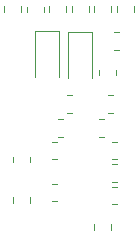
<source format=gbr>
G04 #@! TF.GenerationSoftware,KiCad,Pcbnew,5.1.5+dfsg1-2build2*
G04 #@! TF.CreationDate,2023-07-02T11:19:25+01:00*
G04 #@! TF.ProjectId,hd36106_replacement,68643336-3130-4365-9f72-65706c616365,rev?*
G04 #@! TF.SameCoordinates,Original*
G04 #@! TF.FileFunction,Legend,Bot*
G04 #@! TF.FilePolarity,Positive*
%FSLAX46Y46*%
G04 Gerber Fmt 4.6, Leading zero omitted, Abs format (unit mm)*
G04 Created by KiCad (PCBNEW 5.1.5+dfsg1-2build2) date 2023-07-02 11:19:25*
%MOMM*%
%LPD*%
G04 APERTURE LIST*
%ADD10C,0.120000*%
G04 APERTURE END LIST*
D10*
X131799000Y-92736936D02*
X131799000Y-93191064D01*
X130329000Y-92736936D02*
X130329000Y-93191064D01*
X132053064Y-91032000D02*
X131598936Y-91032000D01*
X132053064Y-89562000D02*
X131598936Y-89562000D01*
X128116064Y-96366000D02*
X127661936Y-96366000D01*
X128116064Y-94896000D02*
X127661936Y-94896000D01*
X131545064Y-96366000D02*
X131090936Y-96366000D01*
X131545064Y-94896000D02*
X131090936Y-94896000D01*
X127354064Y-98398000D02*
X126899936Y-98398000D01*
X127354064Y-96928000D02*
X126899936Y-96928000D01*
X130783064Y-98398000D02*
X130328936Y-98398000D01*
X130783064Y-96928000D02*
X130328936Y-96928000D01*
X131471936Y-98833000D02*
X131926064Y-98833000D01*
X131471936Y-100303000D02*
X131926064Y-100303000D01*
X131926064Y-102208000D02*
X131471936Y-102208000D01*
X131926064Y-100738000D02*
X131471936Y-100738000D01*
X131418000Y-105817936D02*
X131418000Y-106272064D01*
X129948000Y-105817936D02*
X129948000Y-106272064D01*
X131926064Y-104113000D02*
X131471936Y-104113000D01*
X131926064Y-102643000D02*
X131471936Y-102643000D01*
X124984000Y-89444000D02*
X124984000Y-93344000D01*
X126984000Y-89444000D02*
X126984000Y-93344000D01*
X124984000Y-89444000D02*
X126984000Y-89444000D01*
X127778000Y-89571000D02*
X127778000Y-93471000D01*
X129778000Y-89571000D02*
X129778000Y-93471000D01*
X127778000Y-89571000D02*
X129778000Y-89571000D01*
X129948000Y-87827064D02*
X129948000Y-87372936D01*
X131418000Y-87827064D02*
X131418000Y-87372936D01*
X133335000Y-87372936D02*
X133335000Y-87827064D01*
X131865000Y-87372936D02*
X131865000Y-87827064D01*
X124560000Y-103531936D02*
X124560000Y-103986064D01*
X123090000Y-103531936D02*
X123090000Y-103986064D01*
X126846064Y-103859000D02*
X126391936Y-103859000D01*
X126846064Y-102389000D02*
X126391936Y-102389000D01*
X126391936Y-98833000D02*
X126846064Y-98833000D01*
X126391936Y-100303000D02*
X126846064Y-100303000D01*
X123090000Y-100557064D02*
X123090000Y-100102936D01*
X124560000Y-100557064D02*
X124560000Y-100102936D01*
X123798000Y-87372936D02*
X123798000Y-87827064D01*
X122328000Y-87372936D02*
X122328000Y-87827064D01*
X124233000Y-87831664D02*
X124233000Y-87377536D01*
X125703000Y-87831664D02*
X125703000Y-87377536D01*
X129513000Y-87372936D02*
X129513000Y-87827064D01*
X128043000Y-87372936D02*
X128043000Y-87827064D01*
X126138000Y-87827064D02*
X126138000Y-87372936D01*
X127608000Y-87827064D02*
X127608000Y-87372936D01*
M02*

</source>
